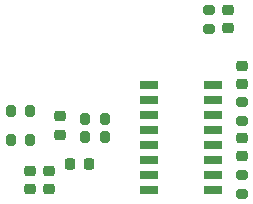
<source format=gtp>
G04 #@! TF.GenerationSoftware,KiCad,Pcbnew,8.0.0*
G04 #@! TF.CreationDate,2024-05-22T11:22:58+03:00*
G04 #@! TF.ProjectId,B-NAU7802-BRK-01MBR-R01,422d4e41-5537-4383-9032-2d42524b2d30,rev?*
G04 #@! TF.SameCoordinates,Original*
G04 #@! TF.FileFunction,Paste,Top*
G04 #@! TF.FilePolarity,Positive*
%FSLAX46Y46*%
G04 Gerber Fmt 4.6, Leading zero omitted, Abs format (unit mm)*
G04 Created by KiCad (PCBNEW 8.0.0) date 2024-05-22 11:22:58*
%MOMM*%
%LPD*%
G01*
G04 APERTURE LIST*
G04 Aperture macros list*
%AMRoundRect*
0 Rectangle with rounded corners*
0 $1 Rounding radius*
0 $2 $3 $4 $5 $6 $7 $8 $9 X,Y pos of 4 corners*
0 Add a 4 corners polygon primitive as box body*
4,1,4,$2,$3,$4,$5,$6,$7,$8,$9,$2,$3,0*
0 Add four circle primitives for the rounded corners*
1,1,$1+$1,$2,$3*
1,1,$1+$1,$4,$5*
1,1,$1+$1,$6,$7*
1,1,$1+$1,$8,$9*
0 Add four rect primitives between the rounded corners*
20,1,$1+$1,$2,$3,$4,$5,0*
20,1,$1+$1,$4,$5,$6,$7,0*
20,1,$1+$1,$6,$7,$8,$9,0*
20,1,$1+$1,$8,$9,$2,$3,0*%
G04 Aperture macros list end*
%ADD10RoundRect,0.225000X0.225000X0.250000X-0.225000X0.250000X-0.225000X-0.250000X0.225000X-0.250000X0*%
%ADD11RoundRect,0.200000X-0.200000X-0.275000X0.200000X-0.275000X0.200000X0.275000X-0.200000X0.275000X0*%
%ADD12RoundRect,0.225000X-0.250000X0.225000X-0.250000X-0.225000X0.250000X-0.225000X0.250000X0.225000X0*%
%ADD13R,1.525000X0.700000*%
%ADD14RoundRect,0.225000X0.250000X-0.225000X0.250000X0.225000X-0.250000X0.225000X-0.250000X-0.225000X0*%
%ADD15RoundRect,0.218750X0.256250X-0.218750X0.256250X0.218750X-0.256250X0.218750X-0.256250X-0.218750X0*%
%ADD16RoundRect,0.200000X-0.275000X0.200000X-0.275000X-0.200000X0.275000X-0.200000X0.275000X0.200000X0*%
%ADD17RoundRect,0.200000X0.275000X-0.200000X0.275000X0.200000X-0.275000X0.200000X-0.275000X-0.200000X0*%
G04 APERTURE END LIST*
D10*
X175880000Y-78780000D03*
X174330000Y-78780000D03*
D11*
X175605000Y-74970000D03*
X177255000Y-74970000D03*
D12*
X170900000Y-79405000D03*
X170900000Y-80955000D03*
D13*
X186410000Y-81010000D03*
X186410000Y-79740000D03*
X186410000Y-78470000D03*
X186410000Y-77200000D03*
X186410000Y-75930000D03*
X186410000Y-74660000D03*
X186410000Y-73390000D03*
X186410000Y-72120000D03*
X180986000Y-72120000D03*
X180986000Y-73390000D03*
X180986000Y-74660000D03*
X180986000Y-75930000D03*
X180986000Y-77200000D03*
X180986000Y-78470000D03*
X180986000Y-79740000D03*
X180986000Y-81010000D03*
D11*
X169295000Y-74300000D03*
X170945000Y-74300000D03*
D14*
X188860000Y-72040000D03*
X188860000Y-70490000D03*
D15*
X187690000Y-67317500D03*
X187690000Y-65742500D03*
D16*
X186120000Y-65725000D03*
X186120000Y-67375000D03*
D14*
X188850000Y-78170000D03*
X188850000Y-76620000D03*
D17*
X188850000Y-81380000D03*
X188850000Y-79730000D03*
D11*
X175605000Y-76500000D03*
X177255000Y-76500000D03*
D12*
X172560000Y-79375000D03*
X172560000Y-80925000D03*
D16*
X188850000Y-73520000D03*
X188850000Y-75170000D03*
D11*
X169295000Y-76810000D03*
X170945000Y-76810000D03*
D14*
X173440000Y-76315000D03*
X173440000Y-74765000D03*
M02*

</source>
